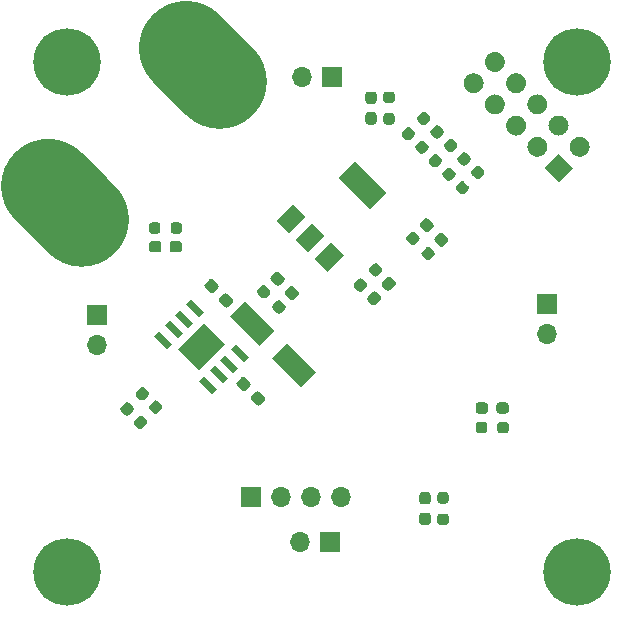
<source format=gbr>
%TF.GenerationSoftware,KiCad,Pcbnew,(5.1.8-0-10_14)*%
%TF.CreationDate,2021-02-16T17:48:47+08:00*%
%TF.ProjectId,batt_board,62617474-5f62-46f6-9172-642e6b696361,rev?*%
%TF.SameCoordinates,Original*%
%TF.FileFunction,Soldermask,Top*%
%TF.FilePolarity,Negative*%
%FSLAX46Y46*%
G04 Gerber Fmt 4.6, Leading zero omitted, Abs format (unit mm)*
G04 Created by KiCad (PCBNEW (5.1.8-0-10_14)) date 2021-02-16 17:48:47*
%MOMM*%
%LPD*%
G01*
G04 APERTURE LIST*
%ADD10O,1.700000X1.700000*%
%ADD11R,1.700000X1.700000*%
%ADD12C,0.100000*%
%ADD13C,5.700000*%
%ADD14C,3.600000*%
G04 APERTURE END LIST*
%TO.C,J11*%
G36*
G01*
X110462479Y-69294359D02*
X107634051Y-66465931D01*
G75*
G02*
X107634051Y-60809077I2828427J2828427D01*
G01*
X107634051Y-60809077D01*
G75*
G02*
X113290905Y-60809077I2828427J-2828427D01*
G01*
X116119333Y-63637505D01*
G75*
G02*
X116119333Y-69294359I-2828427J-2828427D01*
G01*
X116119333Y-69294359D01*
G75*
G02*
X110462479Y-69294359I-2828427J2828427D01*
G01*
G37*
G36*
G01*
X98788146Y-80968692D02*
X95959718Y-78140264D01*
G75*
G02*
X95959718Y-72483410I2828427J2828427D01*
G01*
X95959718Y-72483410D01*
G75*
G02*
X101616572Y-72483410I2828427J-2828427D01*
G01*
X104445000Y-75311838D01*
G75*
G02*
X104445000Y-80968692I-2828427J-2828427D01*
G01*
X104445000Y-80968692D01*
G75*
G02*
X98788146Y-80968692I-2828427J2828427D01*
G01*
G37*
%TD*%
D10*
%TO.C,Receiver1*%
X123571000Y-101600000D03*
X121031000Y-101600000D03*
X118491000Y-101600000D03*
D11*
X115951000Y-101600000D03*
%TD*%
D12*
%TO.C,U2*%
G36*
X119159491Y-79308478D02*
G01*
X118098831Y-78247818D01*
X119513045Y-76833604D01*
X120573705Y-77894264D01*
X119159491Y-79308478D01*
G37*
G36*
X122412182Y-82561169D02*
G01*
X121351522Y-81500509D01*
X122765736Y-80086295D01*
X123826396Y-81146955D01*
X122412182Y-82561169D01*
G37*
G36*
X120785837Y-80934823D02*
G01*
X119725177Y-79874163D01*
X121139391Y-78459949D01*
X122200051Y-79520609D01*
X120785837Y-80934823D01*
G37*
G36*
X126053782Y-77293224D02*
G01*
X123366776Y-74606218D01*
X124780990Y-73192004D01*
X127467996Y-75879010D01*
X126053782Y-77293224D01*
G37*
%TD*%
%TO.C,U1*%
G36*
X114256087Y-89126274D02*
G01*
X114680351Y-88702010D01*
X115776367Y-89798026D01*
X115352103Y-90222290D01*
X114256087Y-89126274D01*
G37*
G36*
X113358061Y-90024300D02*
G01*
X113782325Y-89600036D01*
X114878341Y-90696052D01*
X114454077Y-91120316D01*
X113358061Y-90024300D01*
G37*
G36*
X112460036Y-90922325D02*
G01*
X112884300Y-90498061D01*
X113980316Y-91594077D01*
X113556052Y-92018341D01*
X112460036Y-90922325D01*
G37*
G36*
X111562010Y-91820351D02*
G01*
X111986274Y-91396087D01*
X113082290Y-92492103D01*
X112658026Y-92916367D01*
X111562010Y-91820351D01*
G37*
G36*
X107743633Y-88001974D02*
G01*
X108167897Y-87577710D01*
X109263913Y-88673726D01*
X108839649Y-89097990D01*
X107743633Y-88001974D01*
G37*
G36*
X108641659Y-87103948D02*
G01*
X109065923Y-86679684D01*
X110161939Y-87775700D01*
X109737675Y-88199964D01*
X108641659Y-87103948D01*
G37*
G36*
X109539684Y-86205923D02*
G01*
X109963948Y-85781659D01*
X111059964Y-86877675D01*
X110635700Y-87301939D01*
X109539684Y-86205923D01*
G37*
G36*
X110437710Y-85307897D02*
G01*
X110861974Y-84883633D01*
X111957990Y-85979649D01*
X111533726Y-86403913D01*
X110437710Y-85307897D01*
G37*
G36*
X109744746Y-89076777D02*
G01*
X111936777Y-86884746D01*
X113775254Y-88723223D01*
X111583223Y-90915254D01*
X109744746Y-89076777D01*
G37*
%TD*%
%TO.C,R13*%
G36*
G01*
X134024542Y-74935582D02*
X134360418Y-75271458D01*
G75*
G02*
X134360418Y-75607334I-167938J-167938D01*
G01*
X134006864Y-75960888D01*
G75*
G02*
X133670988Y-75960888I-167938J167938D01*
G01*
X133335112Y-75625012D01*
G75*
G02*
X133335112Y-75289136I167938J167938D01*
G01*
X133688666Y-74935582D01*
G75*
G02*
X134024542Y-74935582I167938J-167938D01*
G01*
G37*
G36*
G01*
X135315012Y-73645112D02*
X135650888Y-73980988D01*
G75*
G02*
X135650888Y-74316864I-167938J-167938D01*
G01*
X135297334Y-74670418D01*
G75*
G02*
X134961458Y-74670418I-167938J167938D01*
G01*
X134625582Y-74334542D01*
G75*
G02*
X134625582Y-73998666I167938J167938D01*
G01*
X134979136Y-73645112D01*
G75*
G02*
X135315012Y-73645112I167938J-167938D01*
G01*
G37*
%TD*%
%TO.C,R12*%
G36*
G01*
X133818458Y-73527418D02*
X133482582Y-73191542D01*
G75*
G02*
X133482582Y-72855666I167938J167938D01*
G01*
X133836136Y-72502112D01*
G75*
G02*
X134172012Y-72502112I167938J-167938D01*
G01*
X134507888Y-72837988D01*
G75*
G02*
X134507888Y-73173864I-167938J-167938D01*
G01*
X134154334Y-73527418D01*
G75*
G02*
X133818458Y-73527418I-167938J167938D01*
G01*
G37*
G36*
G01*
X132527988Y-74817888D02*
X132192112Y-74482012D01*
G75*
G02*
X132192112Y-74146136I167938J167938D01*
G01*
X132545666Y-73792582D01*
G75*
G02*
X132881542Y-73792582I167938J-167938D01*
G01*
X133217418Y-74128458D01*
G75*
G02*
X133217418Y-74464334I-167938J-167938D01*
G01*
X132863864Y-74817888D01*
G75*
G02*
X132527988Y-74817888I-167938J167938D01*
G01*
G37*
%TD*%
%TO.C,R11*%
G36*
G01*
X132675458Y-72384418D02*
X132339582Y-72048542D01*
G75*
G02*
X132339582Y-71712666I167938J167938D01*
G01*
X132693136Y-71359112D01*
G75*
G02*
X133029012Y-71359112I167938J-167938D01*
G01*
X133364888Y-71694988D01*
G75*
G02*
X133364888Y-72030864I-167938J-167938D01*
G01*
X133011334Y-72384418D01*
G75*
G02*
X132675458Y-72384418I-167938J167938D01*
G01*
G37*
G36*
G01*
X131384988Y-73674888D02*
X131049112Y-73339012D01*
G75*
G02*
X131049112Y-73003136I167938J167938D01*
G01*
X131402666Y-72649582D01*
G75*
G02*
X131738542Y-72649582I167938J-167938D01*
G01*
X132074418Y-72985458D01*
G75*
G02*
X132074418Y-73321334I-167938J-167938D01*
G01*
X131720864Y-73674888D01*
G75*
G02*
X131384988Y-73674888I-167938J167938D01*
G01*
G37*
%TD*%
%TO.C,R10*%
G36*
G01*
X131532458Y-71241418D02*
X131196582Y-70905542D01*
G75*
G02*
X131196582Y-70569666I167938J167938D01*
G01*
X131550136Y-70216112D01*
G75*
G02*
X131886012Y-70216112I167938J-167938D01*
G01*
X132221888Y-70551988D01*
G75*
G02*
X132221888Y-70887864I-167938J-167938D01*
G01*
X131868334Y-71241418D01*
G75*
G02*
X131532458Y-71241418I-167938J167938D01*
G01*
G37*
G36*
G01*
X130241988Y-72531888D02*
X129906112Y-72196012D01*
G75*
G02*
X129906112Y-71860136I167938J167938D01*
G01*
X130259666Y-71506582D01*
G75*
G02*
X130595542Y-71506582I167938J-167938D01*
G01*
X130931418Y-71842458D01*
G75*
G02*
X130931418Y-72178334I-167938J-167938D01*
G01*
X130577864Y-72531888D01*
G75*
G02*
X130241988Y-72531888I-167938J167938D01*
G01*
G37*
%TD*%
%TO.C,R9*%
G36*
G01*
X130389458Y-70098418D02*
X130053582Y-69762542D01*
G75*
G02*
X130053582Y-69426666I167938J167938D01*
G01*
X130407136Y-69073112D01*
G75*
G02*
X130743012Y-69073112I167938J-167938D01*
G01*
X131078888Y-69408988D01*
G75*
G02*
X131078888Y-69744864I-167938J-167938D01*
G01*
X130725334Y-70098418D01*
G75*
G02*
X130389458Y-70098418I-167938J167938D01*
G01*
G37*
G36*
G01*
X129098988Y-71388888D02*
X128763112Y-71053012D01*
G75*
G02*
X128763112Y-70717136I167938J167938D01*
G01*
X129116666Y-70363582D01*
G75*
G02*
X129452542Y-70363582I167938J-167938D01*
G01*
X129788418Y-70699458D01*
G75*
G02*
X129788418Y-71035334I-167938J-167938D01*
G01*
X129434864Y-71388888D01*
G75*
G02*
X129098988Y-71388888I-167938J167938D01*
G01*
G37*
%TD*%
%TO.C,R8*%
G36*
G01*
X130434582Y-80859458D02*
X130770458Y-80523582D01*
G75*
G02*
X131106334Y-80523582I167938J-167938D01*
G01*
X131459888Y-80877136D01*
G75*
G02*
X131459888Y-81213012I-167938J-167938D01*
G01*
X131124012Y-81548888D01*
G75*
G02*
X130788136Y-81548888I-167938J167938D01*
G01*
X130434582Y-81195334D01*
G75*
G02*
X130434582Y-80859458I167938J167938D01*
G01*
G37*
G36*
G01*
X129144112Y-79568988D02*
X129479988Y-79233112D01*
G75*
G02*
X129815864Y-79233112I167938J-167938D01*
G01*
X130169418Y-79586666D01*
G75*
G02*
X130169418Y-79922542I-167938J-167938D01*
G01*
X129833542Y-80258418D01*
G75*
G02*
X129497666Y-80258418I-167938J167938D01*
G01*
X129144112Y-79904864D01*
G75*
G02*
X129144112Y-79568988I167938J167938D01*
G01*
G37*
%TD*%
%TO.C,R7*%
G36*
G01*
X106576958Y-93402918D02*
X106241082Y-93067042D01*
G75*
G02*
X106241082Y-92731166I167938J167938D01*
G01*
X106594636Y-92377612D01*
G75*
G02*
X106930512Y-92377612I167938J-167938D01*
G01*
X107266388Y-92713488D01*
G75*
G02*
X107266388Y-93049364I-167938J-167938D01*
G01*
X106912834Y-93402918D01*
G75*
G02*
X106576958Y-93402918I-167938J167938D01*
G01*
G37*
G36*
G01*
X105286488Y-94693388D02*
X104950612Y-94357512D01*
G75*
G02*
X104950612Y-94021636I167938J167938D01*
G01*
X105304166Y-93668082D01*
G75*
G02*
X105640042Y-93668082I167938J-167938D01*
G01*
X105975918Y-94003958D01*
G75*
G02*
X105975918Y-94339834I-167938J-167938D01*
G01*
X105622364Y-94693388D01*
G75*
G02*
X105286488Y-94693388I-167938J167938D01*
G01*
G37*
%TD*%
%TO.C,R6*%
G36*
G01*
X106771261Y-94812801D02*
X107107137Y-95148677D01*
G75*
G02*
X107107137Y-95484553I-167938J-167938D01*
G01*
X106753583Y-95838107D01*
G75*
G02*
X106417707Y-95838107I-167938J167938D01*
G01*
X106081831Y-95502231D01*
G75*
G02*
X106081831Y-95166355I167938J167938D01*
G01*
X106435385Y-94812801D01*
G75*
G02*
X106771261Y-94812801I167938J-167938D01*
G01*
G37*
G36*
G01*
X108061731Y-93522331D02*
X108397607Y-93858207D01*
G75*
G02*
X108397607Y-94194083I-167938J-167938D01*
G01*
X108044053Y-94547637D01*
G75*
G02*
X107708177Y-94547637I-167938J167938D01*
G01*
X107372301Y-94211761D01*
G75*
G02*
X107372301Y-93875885I167938J167938D01*
G01*
X107725855Y-93522331D01*
G75*
G02*
X108061731Y-93522331I167938J-167938D01*
G01*
G37*
%TD*%
%TO.C,R5*%
G36*
G01*
X126325458Y-82925418D02*
X125989582Y-82589542D01*
G75*
G02*
X125989582Y-82253666I167938J167938D01*
G01*
X126343136Y-81900112D01*
G75*
G02*
X126679012Y-81900112I167938J-167938D01*
G01*
X127014888Y-82235988D01*
G75*
G02*
X127014888Y-82571864I-167938J-167938D01*
G01*
X126661334Y-82925418D01*
G75*
G02*
X126325458Y-82925418I-167938J167938D01*
G01*
G37*
G36*
G01*
X125034988Y-84215888D02*
X124699112Y-83880012D01*
G75*
G02*
X124699112Y-83544136I167938J167938D01*
G01*
X125052666Y-83190582D01*
G75*
G02*
X125388542Y-83190582I167938J-167938D01*
G01*
X125724418Y-83526458D01*
G75*
G02*
X125724418Y-83862334I-167938J-167938D01*
G01*
X125370864Y-84215888D01*
G75*
G02*
X125034988Y-84215888I-167938J167938D01*
G01*
G37*
%TD*%
%TO.C,R4*%
G36*
G01*
X136799500Y-95995500D02*
X136799500Y-95520500D01*
G75*
G02*
X137037000Y-95283000I237500J0D01*
G01*
X137537000Y-95283000D01*
G75*
G02*
X137774500Y-95520500I0J-237500D01*
G01*
X137774500Y-95995500D01*
G75*
G02*
X137537000Y-96233000I-237500J0D01*
G01*
X137037000Y-96233000D01*
G75*
G02*
X136799500Y-95995500I0J237500D01*
G01*
G37*
G36*
G01*
X134974500Y-95995500D02*
X134974500Y-95520500D01*
G75*
G02*
X135212000Y-95283000I237500J0D01*
G01*
X135712000Y-95283000D01*
G75*
G02*
X135949500Y-95520500I0J-237500D01*
G01*
X135949500Y-95995500D01*
G75*
G02*
X135712000Y-96233000I-237500J0D01*
G01*
X135212000Y-96233000D01*
G75*
G02*
X134974500Y-95995500I0J237500D01*
G01*
G37*
%TD*%
%TO.C,R3*%
G36*
G01*
X127872500Y-68282000D02*
X127397500Y-68282000D01*
G75*
G02*
X127160000Y-68044500I0J237500D01*
G01*
X127160000Y-67544500D01*
G75*
G02*
X127397500Y-67307000I237500J0D01*
G01*
X127872500Y-67307000D01*
G75*
G02*
X128110000Y-67544500I0J-237500D01*
G01*
X128110000Y-68044500D01*
G75*
G02*
X127872500Y-68282000I-237500J0D01*
G01*
G37*
G36*
G01*
X127872500Y-70107000D02*
X127397500Y-70107000D01*
G75*
G02*
X127160000Y-69869500I0J237500D01*
G01*
X127160000Y-69369500D01*
G75*
G02*
X127397500Y-69132000I237500J0D01*
G01*
X127872500Y-69132000D01*
G75*
G02*
X128110000Y-69369500I0J-237500D01*
G01*
X128110000Y-69869500D01*
G75*
G02*
X127872500Y-70107000I-237500J0D01*
G01*
G37*
%TD*%
%TO.C,R2*%
G36*
G01*
X108287000Y-78629500D02*
X108287000Y-79104500D01*
G75*
G02*
X108049500Y-79342000I-237500J0D01*
G01*
X107549500Y-79342000D01*
G75*
G02*
X107312000Y-79104500I0J237500D01*
G01*
X107312000Y-78629500D01*
G75*
G02*
X107549500Y-78392000I237500J0D01*
G01*
X108049500Y-78392000D01*
G75*
G02*
X108287000Y-78629500I0J-237500D01*
G01*
G37*
G36*
G01*
X110112000Y-78629500D02*
X110112000Y-79104500D01*
G75*
G02*
X109874500Y-79342000I-237500J0D01*
G01*
X109374500Y-79342000D01*
G75*
G02*
X109137000Y-79104500I0J237500D01*
G01*
X109137000Y-78629500D01*
G75*
G02*
X109374500Y-78392000I237500J0D01*
G01*
X109874500Y-78392000D01*
G75*
G02*
X110112000Y-78629500I0J-237500D01*
G01*
G37*
%TD*%
%TO.C,R1*%
G36*
G01*
X131969500Y-103041000D02*
X132444500Y-103041000D01*
G75*
G02*
X132682000Y-103278500I0J-237500D01*
G01*
X132682000Y-103778500D01*
G75*
G02*
X132444500Y-104016000I-237500J0D01*
G01*
X131969500Y-104016000D01*
G75*
G02*
X131732000Y-103778500I0J237500D01*
G01*
X131732000Y-103278500D01*
G75*
G02*
X131969500Y-103041000I237500J0D01*
G01*
G37*
G36*
G01*
X131969500Y-101216000D02*
X132444500Y-101216000D01*
G75*
G02*
X132682000Y-101453500I0J-237500D01*
G01*
X132682000Y-101953500D01*
G75*
G02*
X132444500Y-102191000I-237500J0D01*
G01*
X131969500Y-102191000D01*
G75*
G02*
X131732000Y-101953500I0J237500D01*
G01*
X131732000Y-101453500D01*
G75*
G02*
X131969500Y-101216000I237500J0D01*
G01*
G37*
%TD*%
%TO.C,L1*%
G36*
G01*
X117532918Y-84431042D02*
X117197042Y-84766918D01*
G75*
G02*
X116861166Y-84766918I-167938J167938D01*
G01*
X116507612Y-84413364D01*
G75*
G02*
X116507612Y-84077488I167938J167938D01*
G01*
X116843488Y-83741612D01*
G75*
G02*
X117179364Y-83741612I167938J-167938D01*
G01*
X117532918Y-84095166D01*
G75*
G02*
X117532918Y-84431042I-167938J-167938D01*
G01*
G37*
G36*
G01*
X118823388Y-85721512D02*
X118487512Y-86057388D01*
G75*
G02*
X118151636Y-86057388I-167938J167938D01*
G01*
X117798082Y-85703834D01*
G75*
G02*
X117798082Y-85367958I167938J167938D01*
G01*
X118133958Y-85032082D01*
G75*
G02*
X118469834Y-85032082I167938J-167938D01*
G01*
X118823388Y-85385636D01*
G75*
G02*
X118823388Y-85721512I-167938J-167938D01*
G01*
G37*
%TD*%
D10*
%TO.C,CH4*%
X140970000Y-87830000D03*
D11*
X140970000Y-85290000D03*
%TD*%
D10*
%TO.C,CH3*%
X120250000Y-66040000D03*
D11*
X122790000Y-66040000D03*
%TD*%
%TO.C,conn2upper1*%
G36*
G01*
X137198887Y-64205703D02*
X137198887Y-64205703D01*
G75*
G02*
X137198887Y-65407785I-601041J-601041D01*
G01*
X137198887Y-65407785D01*
G75*
G02*
X135996805Y-65407785I-601041J601041D01*
G01*
X135996805Y-65407785D01*
G75*
G02*
X135996805Y-64205703I601041J601041D01*
G01*
X135996805Y-64205703D01*
G75*
G02*
X137198887Y-64205703I601041J-601041D01*
G01*
G37*
G36*
G01*
X135402836Y-66001754D02*
X135402836Y-66001754D01*
G75*
G02*
X135402836Y-67203836I-601041J-601041D01*
G01*
X135402836Y-67203836D01*
G75*
G02*
X134200754Y-67203836I-601041J601041D01*
G01*
X134200754Y-67203836D01*
G75*
G02*
X134200754Y-66001754I601041J601041D01*
G01*
X134200754Y-66001754D01*
G75*
G02*
X135402836Y-66001754I601041J-601041D01*
G01*
G37*
G36*
G01*
X138994939Y-66001754D02*
X138994939Y-66001754D01*
G75*
G02*
X138994939Y-67203836I-601041J-601041D01*
G01*
X138994939Y-67203836D01*
G75*
G02*
X137792857Y-67203836I-601041J601041D01*
G01*
X137792857Y-67203836D01*
G75*
G02*
X137792857Y-66001754I601041J601041D01*
G01*
X137792857Y-66001754D01*
G75*
G02*
X138994939Y-66001754I601041J-601041D01*
G01*
G37*
G36*
G01*
X137198887Y-67797805D02*
X137198887Y-67797805D01*
G75*
G02*
X137198887Y-68999887I-601041J-601041D01*
G01*
X137198887Y-68999887D01*
G75*
G02*
X135996805Y-68999887I-601041J601041D01*
G01*
X135996805Y-68999887D01*
G75*
G02*
X135996805Y-67797805I601041J601041D01*
G01*
X135996805Y-67797805D01*
G75*
G02*
X137198887Y-67797805I601041J-601041D01*
G01*
G37*
G36*
G01*
X140790990Y-67797805D02*
X140790990Y-67797805D01*
G75*
G02*
X140790990Y-68999887I-601041J-601041D01*
G01*
X140790990Y-68999887D01*
G75*
G02*
X139588908Y-68999887I-601041J601041D01*
G01*
X139588908Y-68999887D01*
G75*
G02*
X139588908Y-67797805I601041J601041D01*
G01*
X139588908Y-67797805D01*
G75*
G02*
X140790990Y-67797805I601041J-601041D01*
G01*
G37*
G36*
G01*
X138994939Y-69593857D02*
X138994939Y-69593857D01*
G75*
G02*
X138994939Y-70795939I-601041J-601041D01*
G01*
X138994939Y-70795939D01*
G75*
G02*
X137792857Y-70795939I-601041J601041D01*
G01*
X137792857Y-70795939D01*
G75*
G02*
X137792857Y-69593857I601041J601041D01*
G01*
X137792857Y-69593857D01*
G75*
G02*
X138994939Y-69593857I601041J-601041D01*
G01*
G37*
G36*
G01*
X142587041Y-69593857D02*
X142587041Y-69593857D01*
G75*
G02*
X142587041Y-70795939I-601041J-601041D01*
G01*
X142587041Y-70795939D01*
G75*
G02*
X141384959Y-70795939I-601041J601041D01*
G01*
X141384959Y-70795939D01*
G75*
G02*
X141384959Y-69593857I601041J601041D01*
G01*
X141384959Y-69593857D01*
G75*
G02*
X142587041Y-69593857I601041J-601041D01*
G01*
G37*
G36*
G01*
X140790990Y-71389908D02*
X140790990Y-71389908D01*
G75*
G02*
X140790990Y-72591990I-601041J-601041D01*
G01*
X140790990Y-72591990D01*
G75*
G02*
X139588908Y-72591990I-601041J601041D01*
G01*
X139588908Y-72591990D01*
G75*
G02*
X139588908Y-71389908I601041J601041D01*
G01*
X139588908Y-71389908D01*
G75*
G02*
X140790990Y-71389908I601041J-601041D01*
G01*
G37*
G36*
G01*
X144383092Y-71389908D02*
X144383092Y-71389908D01*
G75*
G02*
X144383092Y-72591990I-601041J-601041D01*
G01*
X144383092Y-72591990D01*
G75*
G02*
X143181010Y-72591990I-601041J601041D01*
G01*
X143181010Y-72591990D01*
G75*
G02*
X143181010Y-71389908I601041J601041D01*
G01*
X143181010Y-71389908D01*
G75*
G02*
X144383092Y-71389908I601041J-601041D01*
G01*
G37*
D12*
G36*
X141986000Y-72584918D02*
G01*
X143188082Y-73787000D01*
X141986000Y-74989082D01*
X140783918Y-73787000D01*
X141986000Y-72584918D01*
G37*
%TD*%
D10*
%TO.C,CH2*%
X102870000Y-88800000D03*
D11*
X102870000Y-86260000D03*
%TD*%
D10*
%TO.C,CH1*%
X120080000Y-105410000D03*
D11*
X122620000Y-105410000D03*
%TD*%
D13*
%TO.C,H4*%
X143510000Y-107950000D03*
D14*
X143510000Y-107950000D03*
%TD*%
D13*
%TO.C,H3*%
X100330000Y-107950000D03*
D14*
X100330000Y-107950000D03*
%TD*%
D13*
%TO.C,H2*%
X143510000Y-64770000D03*
D14*
X143510000Y-64770000D03*
%TD*%
D13*
%TO.C,H1*%
X100330000Y-64770000D03*
D14*
X100330000Y-64770000D03*
%TD*%
%TO.C,D7*%
G36*
G01*
X131524549Y-79663425D02*
X131860425Y-79327549D01*
G75*
G02*
X132196301Y-79327549I167938J-167938D01*
G01*
X132602887Y-79734135D01*
G75*
G02*
X132602887Y-80070011I-167938J-167938D01*
G01*
X132267011Y-80405887D01*
G75*
G02*
X131931135Y-80405887I-167938J167938D01*
G01*
X131524549Y-79999301D01*
G75*
G02*
X131524549Y-79663425I167938J167938D01*
G01*
G37*
G36*
G01*
X130287113Y-78425989D02*
X130622989Y-78090113D01*
G75*
G02*
X130958865Y-78090113I167938J-167938D01*
G01*
X131365451Y-78496699D01*
G75*
G02*
X131365451Y-78832575I-167938J-167938D01*
G01*
X131029575Y-79168451D01*
G75*
G02*
X130693699Y-79168451I-167938J167938D01*
G01*
X130287113Y-78761865D01*
G75*
G02*
X130287113Y-78425989I167938J167938D01*
G01*
G37*
%TD*%
D12*
%TO.C,D6*%
G36*
X117686434Y-89876226D02*
G01*
X118959226Y-88603434D01*
X121434100Y-91078308D01*
X120161308Y-92351100D01*
X117686434Y-89876226D01*
G37*
G36*
X114150900Y-86340692D02*
G01*
X115423692Y-85067900D01*
X117898566Y-87542774D01*
X116625774Y-88815566D01*
X114150900Y-86340692D01*
G37*
%TD*%
%TO.C,D5*%
G36*
G01*
X127415425Y-84121451D02*
X127079549Y-83785575D01*
G75*
G02*
X127079549Y-83449699I167938J167938D01*
G01*
X127486135Y-83043113D01*
G75*
G02*
X127822011Y-83043113I167938J-167938D01*
G01*
X128157887Y-83378989D01*
G75*
G02*
X128157887Y-83714865I-167938J-167938D01*
G01*
X127751301Y-84121451D01*
G75*
G02*
X127415425Y-84121451I-167938J167938D01*
G01*
G37*
G36*
G01*
X126177989Y-85358887D02*
X125842113Y-85023011D01*
G75*
G02*
X125842113Y-84687135I167938J167938D01*
G01*
X126248699Y-84280549D01*
G75*
G02*
X126584575Y-84280549I167938J-167938D01*
G01*
X126920451Y-84616425D01*
G75*
G02*
X126920451Y-84952301I-167938J-167938D01*
G01*
X126513865Y-85358887D01*
G75*
G02*
X126177989Y-85358887I-167938J167938D01*
G01*
G37*
%TD*%
%TO.C,D4*%
G36*
G01*
X136024500Y-93869500D02*
X136024500Y-94344500D01*
G75*
G02*
X135787000Y-94582000I-237500J0D01*
G01*
X135212000Y-94582000D01*
G75*
G02*
X134974500Y-94344500I0J237500D01*
G01*
X134974500Y-93869500D01*
G75*
G02*
X135212000Y-93632000I237500J0D01*
G01*
X135787000Y-93632000D01*
G75*
G02*
X136024500Y-93869500I0J-237500D01*
G01*
G37*
G36*
G01*
X137774500Y-93869500D02*
X137774500Y-94344500D01*
G75*
G02*
X137537000Y-94582000I-237500J0D01*
G01*
X136962000Y-94582000D01*
G75*
G02*
X136724500Y-94344500I0J237500D01*
G01*
X136724500Y-93869500D01*
G75*
G02*
X136962000Y-93632000I237500J0D01*
G01*
X137537000Y-93632000D01*
G75*
G02*
X137774500Y-93869500I0J-237500D01*
G01*
G37*
%TD*%
%TO.C,D3*%
G36*
G01*
X125873500Y-69057000D02*
X126348500Y-69057000D01*
G75*
G02*
X126586000Y-69294500I0J-237500D01*
G01*
X126586000Y-69869500D01*
G75*
G02*
X126348500Y-70107000I-237500J0D01*
G01*
X125873500Y-70107000D01*
G75*
G02*
X125636000Y-69869500I0J237500D01*
G01*
X125636000Y-69294500D01*
G75*
G02*
X125873500Y-69057000I237500J0D01*
G01*
G37*
G36*
G01*
X125873500Y-67307000D02*
X126348500Y-67307000D01*
G75*
G02*
X126586000Y-67544500I0J-237500D01*
G01*
X126586000Y-68119500D01*
G75*
G02*
X126348500Y-68357000I-237500J0D01*
G01*
X125873500Y-68357000D01*
G75*
G02*
X125636000Y-68119500I0J237500D01*
G01*
X125636000Y-67544500D01*
G75*
G02*
X125873500Y-67307000I237500J0D01*
G01*
G37*
%TD*%
%TO.C,D2*%
G36*
G01*
X109062000Y-80682500D02*
X109062000Y-80207500D01*
G75*
G02*
X109299500Y-79970000I237500J0D01*
G01*
X109874500Y-79970000D01*
G75*
G02*
X110112000Y-80207500I0J-237500D01*
G01*
X110112000Y-80682500D01*
G75*
G02*
X109874500Y-80920000I-237500J0D01*
G01*
X109299500Y-80920000D01*
G75*
G02*
X109062000Y-80682500I0J237500D01*
G01*
G37*
G36*
G01*
X107312000Y-80682500D02*
X107312000Y-80207500D01*
G75*
G02*
X107549500Y-79970000I237500J0D01*
G01*
X108124500Y-79970000D01*
G75*
G02*
X108362000Y-80207500I0J-237500D01*
G01*
X108362000Y-80682500D01*
G75*
G02*
X108124500Y-80920000I-237500J0D01*
G01*
X107549500Y-80920000D01*
G75*
G02*
X107312000Y-80682500I0J237500D01*
G01*
G37*
%TD*%
%TO.C,D1*%
G36*
G01*
X130920500Y-102266000D02*
X130445500Y-102266000D01*
G75*
G02*
X130208000Y-102028500I0J237500D01*
G01*
X130208000Y-101453500D01*
G75*
G02*
X130445500Y-101216000I237500J0D01*
G01*
X130920500Y-101216000D01*
G75*
G02*
X131158000Y-101453500I0J-237500D01*
G01*
X131158000Y-102028500D01*
G75*
G02*
X130920500Y-102266000I-237500J0D01*
G01*
G37*
G36*
G01*
X130920500Y-104016000D02*
X130445500Y-104016000D01*
G75*
G02*
X130208000Y-103778500I0J237500D01*
G01*
X130208000Y-103203500D01*
G75*
G02*
X130445500Y-102966000I237500J0D01*
G01*
X130920500Y-102966000D01*
G75*
G02*
X131158000Y-103203500I0J-237500D01*
G01*
X131158000Y-103778500D01*
G75*
G02*
X130920500Y-104016000I-237500J0D01*
G01*
G37*
%TD*%
%TO.C,C3*%
G36*
G01*
X118870372Y-84154248D02*
X119206248Y-83818372D01*
G75*
G02*
X119542124Y-83818372I167938J-167938D01*
G01*
X119966388Y-84242636D01*
G75*
G02*
X119966388Y-84578512I-167938J-167938D01*
G01*
X119630512Y-84914388D01*
G75*
G02*
X119294636Y-84914388I-167938J167938D01*
G01*
X118870372Y-84490124D01*
G75*
G02*
X118870372Y-84154248I167938J167938D01*
G01*
G37*
G36*
G01*
X117650612Y-82934488D02*
X117986488Y-82598612D01*
G75*
G02*
X118322364Y-82598612I167938J-167938D01*
G01*
X118746628Y-83022876D01*
G75*
G02*
X118746628Y-83358752I-167938J-167938D01*
G01*
X118410752Y-83694628D01*
G75*
G02*
X118074876Y-83694628I-167938J167938D01*
G01*
X117650612Y-83270364D01*
G75*
G02*
X117650612Y-82934488I167938J167938D01*
G01*
G37*
%TD*%
%TO.C,C2*%
G36*
G01*
X113282372Y-84789248D02*
X113618248Y-84453372D01*
G75*
G02*
X113954124Y-84453372I167938J-167938D01*
G01*
X114378388Y-84877636D01*
G75*
G02*
X114378388Y-85213512I-167938J-167938D01*
G01*
X114042512Y-85549388D01*
G75*
G02*
X113706636Y-85549388I-167938J167938D01*
G01*
X113282372Y-85125124D01*
G75*
G02*
X113282372Y-84789248I167938J167938D01*
G01*
G37*
G36*
G01*
X112062612Y-83569488D02*
X112398488Y-83233612D01*
G75*
G02*
X112734364Y-83233612I167938J-167938D01*
G01*
X113158628Y-83657876D01*
G75*
G02*
X113158628Y-83993752I-167938J-167938D01*
G01*
X112822752Y-84329628D01*
G75*
G02*
X112486876Y-84329628I-167938J167938D01*
G01*
X112062612Y-83905364D01*
G75*
G02*
X112062612Y-83569488I167938J167938D01*
G01*
G37*
%TD*%
%TO.C,C1*%
G36*
G01*
X115987752Y-93082628D02*
X116323628Y-92746752D01*
G75*
G02*
X116659504Y-92746752I167938J-167938D01*
G01*
X117083768Y-93171016D01*
G75*
G02*
X117083768Y-93506892I-167938J-167938D01*
G01*
X116747892Y-93842768D01*
G75*
G02*
X116412016Y-93842768I-167938J167938D01*
G01*
X115987752Y-93418504D01*
G75*
G02*
X115987752Y-93082628I167938J167938D01*
G01*
G37*
G36*
G01*
X114767992Y-91862868D02*
X115103868Y-91526992D01*
G75*
G02*
X115439744Y-91526992I167938J-167938D01*
G01*
X115864008Y-91951256D01*
G75*
G02*
X115864008Y-92287132I-167938J-167938D01*
G01*
X115528132Y-92623008D01*
G75*
G02*
X115192256Y-92623008I-167938J167938D01*
G01*
X114767992Y-92198744D01*
G75*
G02*
X114767992Y-91862868I167938J167938D01*
G01*
G37*
%TD*%
M02*

</source>
